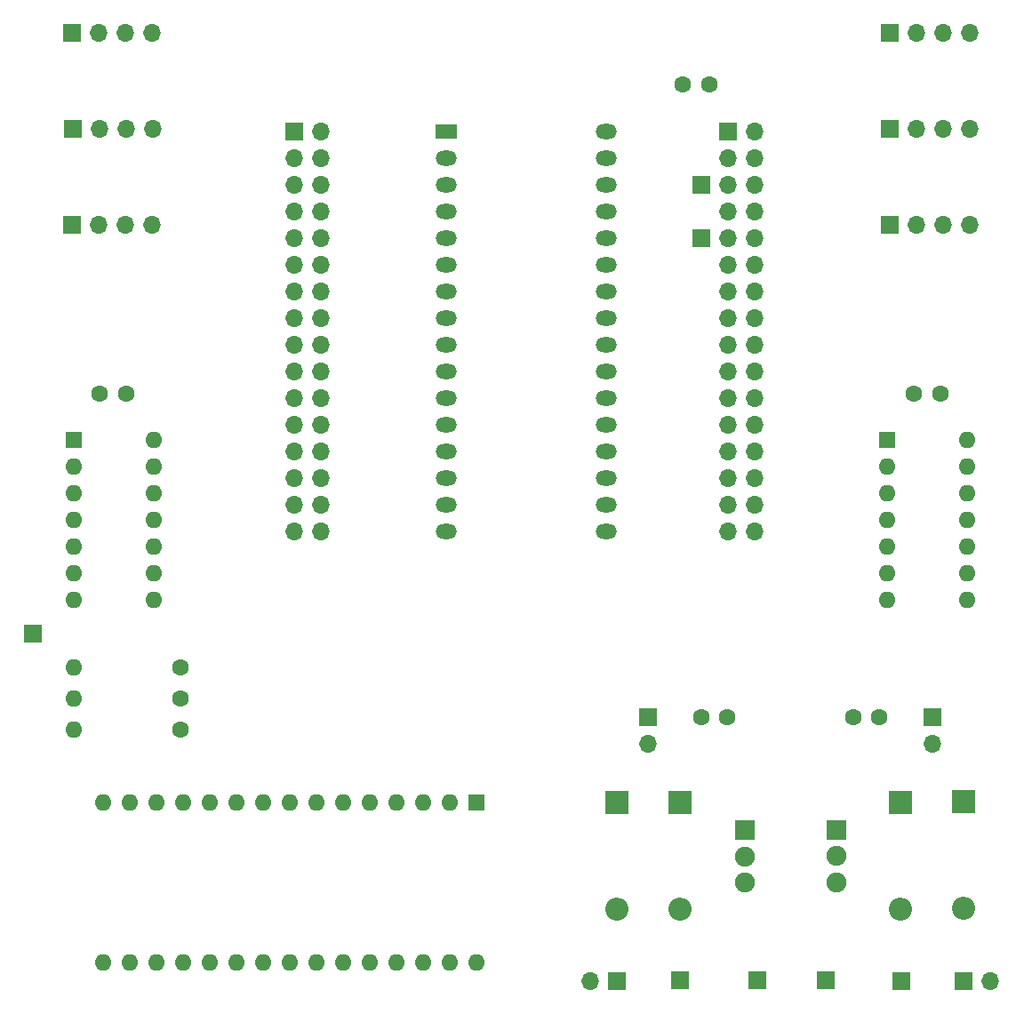
<source format=gbs>
G04 #@! TF.GenerationSoftware,KiCad,Pcbnew,(5.1.9)-1*
G04 #@! TF.CreationDate,2022-12-20T17:35:44-05:00*
G04 #@! TF.ProjectId,TommyPROM32,546f6d6d-7950-4524-9f4d-33322e6b6963,rev?*
G04 #@! TF.SameCoordinates,Original*
G04 #@! TF.FileFunction,Soldermask,Bot*
G04 #@! TF.FilePolarity,Negative*
%FSLAX46Y46*%
G04 Gerber Fmt 4.6, Leading zero omitted, Abs format (unit mm)*
G04 Created by KiCad (PCBNEW (5.1.9)-1) date 2022-12-20 17:35:44*
%MOMM*%
%LPD*%
G01*
G04 APERTURE LIST*
%ADD10O,1.600000X1.600000*%
%ADD11R,1.600000X1.600000*%
%ADD12R,1.700000X1.700000*%
%ADD13C,1.600000*%
%ADD14C,1.900000*%
%ADD15R,1.900000X1.900000*%
%ADD16O,1.700000X1.700000*%
%ADD17O,2.200000X2.200000*%
%ADD18R,2.200000X2.200000*%
%ADD19O,2.000000X1.440000*%
%ADD20R,2.000000X1.440000*%
G04 APERTURE END LIST*
D10*
X65330000Y-128170000D03*
X65330000Y-112930000D03*
X100890000Y-128170000D03*
X67870000Y-112930000D03*
X98350000Y-128170000D03*
X70410000Y-112930000D03*
X95810000Y-128170000D03*
X72950000Y-112930000D03*
X93270000Y-128170000D03*
X75490000Y-112930000D03*
X90730000Y-128170000D03*
X78030000Y-112930000D03*
X88190000Y-128170000D03*
X80570000Y-112930000D03*
X85650000Y-128170000D03*
X83110000Y-112930000D03*
X83110000Y-128170000D03*
X85650000Y-112930000D03*
X80570000Y-128170000D03*
X88190000Y-112930000D03*
X78030000Y-128170000D03*
X90730000Y-112930000D03*
X75490000Y-128170000D03*
X93270000Y-112930000D03*
X72950000Y-128170000D03*
X95810000Y-112930000D03*
X70410000Y-128170000D03*
X98350000Y-112930000D03*
X67870000Y-128170000D03*
D11*
X100890000Y-112930000D03*
D12*
X134140000Y-129870000D03*
D13*
X136720000Y-104790000D03*
X139220000Y-104790000D03*
X124760000Y-104780000D03*
X122260000Y-104780000D03*
D14*
X135120000Y-120500000D03*
X135120000Y-118000000D03*
D15*
X135120000Y-115500000D03*
D16*
X144260000Y-107340000D03*
D12*
X144260000Y-104800000D03*
X141330000Y-129900000D03*
D16*
X149830000Y-129910000D03*
D12*
X147290000Y-129910000D03*
D17*
X141270000Y-123050000D03*
D18*
X141270000Y-112890000D03*
D17*
X147280000Y-122990000D03*
D18*
X147280000Y-112830000D03*
D16*
X111660000Y-129900000D03*
D12*
X114200000Y-129900000D03*
D16*
X117220000Y-107320000D03*
D12*
X117220000Y-104780000D03*
D16*
X147810000Y-48725000D03*
X145270000Y-48725000D03*
X142730000Y-48725000D03*
D12*
X140190000Y-48725000D03*
D16*
X70060000Y-48715000D03*
X67520000Y-48715000D03*
X64980000Y-48715000D03*
D12*
X62440000Y-48715000D03*
X127620000Y-129870000D03*
D19*
X113240000Y-87100000D03*
X98000000Y-87100000D03*
X113240000Y-84560000D03*
X98000000Y-84560000D03*
X113240000Y-82020000D03*
X98000000Y-82020000D03*
X113240000Y-79480000D03*
X98000000Y-79480000D03*
X113240000Y-76940000D03*
X98000000Y-76940000D03*
X113240000Y-74400000D03*
X98000000Y-74400000D03*
X113240000Y-71860000D03*
X98000000Y-71860000D03*
X113240000Y-69320000D03*
X98000000Y-69320000D03*
X113240000Y-66780000D03*
X98000000Y-66780000D03*
X113240000Y-64240000D03*
X98000000Y-64240000D03*
X113240000Y-61700000D03*
X98000000Y-61700000D03*
X113240000Y-59160000D03*
X98000000Y-59160000D03*
X113240000Y-56620000D03*
X98000000Y-56620000D03*
X113240000Y-54080000D03*
X98000000Y-54080000D03*
X113240000Y-51540000D03*
X98000000Y-51540000D03*
X113240000Y-49000000D03*
D20*
X98000000Y-49000000D03*
D10*
X147600000Y-78340000D03*
X139980000Y-93580000D03*
X147600000Y-80880000D03*
X139980000Y-91040000D03*
X147600000Y-83420000D03*
X139980000Y-88500000D03*
X147600000Y-85960000D03*
X139980000Y-85960000D03*
X147600000Y-88500000D03*
X139980000Y-83420000D03*
X147600000Y-91040000D03*
X139980000Y-80880000D03*
X147600000Y-93580000D03*
D11*
X139980000Y-78340000D03*
D10*
X70120000Y-78380000D03*
X62500000Y-93620000D03*
X70120000Y-80920000D03*
X62500000Y-91080000D03*
X70120000Y-83460000D03*
X62500000Y-88540000D03*
X70120000Y-86000000D03*
X62500000Y-86000000D03*
X70120000Y-88540000D03*
X62500000Y-83460000D03*
X70120000Y-91080000D03*
X62500000Y-80920000D03*
X70120000Y-93620000D03*
D11*
X62500000Y-78380000D03*
D14*
X126470000Y-120550000D03*
X126470000Y-118050000D03*
D15*
X126470000Y-115550000D03*
D10*
X62520000Y-106010000D03*
D13*
X72680000Y-106010000D03*
D10*
X62520000Y-103010000D03*
D13*
X72680000Y-103010000D03*
D10*
X62520000Y-100010000D03*
D13*
X72680000Y-100010000D03*
D12*
X58650000Y-96840000D03*
D16*
X147820000Y-57840000D03*
X145280000Y-57840000D03*
X142740000Y-57840000D03*
D12*
X140200000Y-57840000D03*
D16*
X69970000Y-57870000D03*
X67430000Y-57870000D03*
X64890000Y-57870000D03*
D12*
X62350000Y-57870000D03*
D16*
X147820000Y-39610000D03*
X145280000Y-39610000D03*
X142740000Y-39610000D03*
D12*
X140200000Y-39610000D03*
D16*
X69980000Y-39560000D03*
X67440000Y-39560000D03*
X64900000Y-39560000D03*
D12*
X62360000Y-39560000D03*
X120210000Y-129870000D03*
X122300000Y-59160000D03*
X122300000Y-54080000D03*
D16*
X127390000Y-87100000D03*
X124850000Y-87100000D03*
X127390000Y-84560000D03*
X124850000Y-84560000D03*
X127390000Y-82020000D03*
X124850000Y-82020000D03*
X127390000Y-79480000D03*
X124850000Y-79480000D03*
X127390000Y-76940000D03*
X124850000Y-76940000D03*
X127390000Y-74400000D03*
X124850000Y-74400000D03*
X127390000Y-71860000D03*
X124850000Y-71860000D03*
X127390000Y-69320000D03*
X124850000Y-69320000D03*
X127390000Y-66780000D03*
X124850000Y-66780000D03*
X127390000Y-64240000D03*
X124850000Y-64240000D03*
X127390000Y-61700000D03*
X124850000Y-61700000D03*
X127390000Y-59160000D03*
X124850000Y-59160000D03*
X127390000Y-56620000D03*
X124850000Y-56620000D03*
X127390000Y-54080000D03*
X124850000Y-54080000D03*
X127390000Y-51540000D03*
X124850000Y-51540000D03*
X127390000Y-49000000D03*
D12*
X124850000Y-49000000D03*
D16*
X86040000Y-87100000D03*
X83500000Y-87100000D03*
X86040000Y-84560000D03*
X83500000Y-84560000D03*
X86040000Y-82020000D03*
X83500000Y-82020000D03*
X86040000Y-79480000D03*
X83500000Y-79480000D03*
X86040000Y-76940000D03*
X83500000Y-76940000D03*
X86040000Y-74400000D03*
X83500000Y-74400000D03*
X86040000Y-71860000D03*
X83500000Y-71860000D03*
X86040000Y-69320000D03*
X83500000Y-69320000D03*
X86040000Y-66780000D03*
X83500000Y-66780000D03*
X86040000Y-64240000D03*
X83500000Y-64240000D03*
X86040000Y-61700000D03*
X83500000Y-61700000D03*
X86040000Y-59160000D03*
X83500000Y-59160000D03*
X86040000Y-56620000D03*
X83500000Y-56620000D03*
X86040000Y-54080000D03*
X83500000Y-54080000D03*
X86040000Y-51540000D03*
X83500000Y-51540000D03*
X86040000Y-49000000D03*
D12*
X83500000Y-49000000D03*
D17*
X120240000Y-123040000D03*
D18*
X120240000Y-112880000D03*
D17*
X114240000Y-123040000D03*
D18*
X114240000Y-112880000D03*
D13*
X65000000Y-73980000D03*
X67500000Y-73980000D03*
X120500000Y-44500000D03*
X123000000Y-44500000D03*
X142550000Y-73950000D03*
X145050000Y-73950000D03*
M02*

</source>
